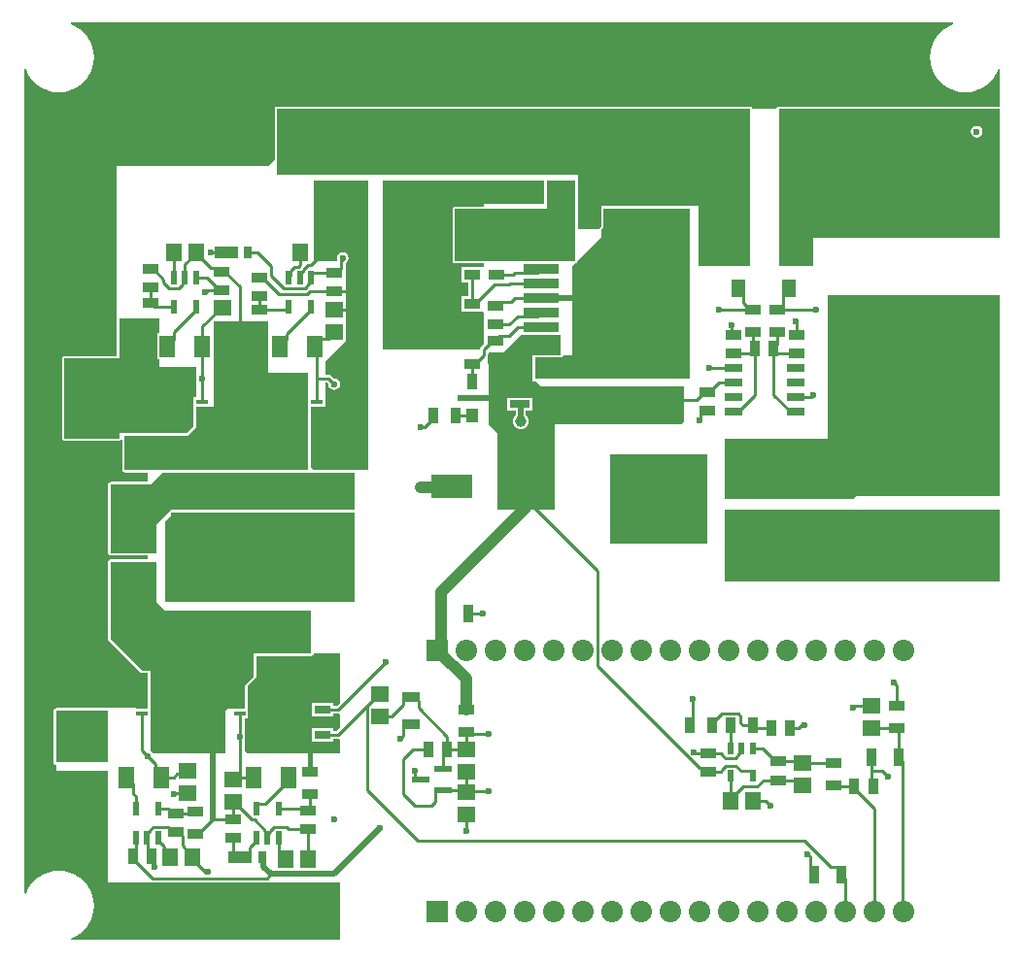
<source format=gtl>
G04*
G04 #@! TF.GenerationSoftware,Altium Limited,Altium Designer,20.1.12 (249)*
G04*
G04 Layer_Physical_Order=1*
G04 Layer_Color=255*
%FSLAX44Y44*%
%MOMM*%
G71*
G04*
G04 #@! TF.SameCoordinates,284B2C5B-B2DB-445A-AC85-361AEC2CE434*
G04*
G04*
G04 #@! TF.FilePolarity,Positive*
G04*
G01*
G75*
%ADD13C,0.5000*%
%ADD17R,1.2000X8.7000*%
%ADD18R,1.2000X1.6000*%
%ADD19R,8.5100X7.8700*%
%ADD20R,3.8100X1.6200*%
%ADD21R,1.3900X0.9600*%
%ADD22R,0.9600X1.3900*%
%ADD23R,2.8200X1.4300*%
%ADD24R,1.7800X0.7100*%
%ADD25R,1.7000X0.9500*%
%ADD26R,3.5500X2.0500*%
%ADD27R,3.6100X0.8100*%
%ADD28R,3.5200X1.2500*%
%ADD29R,0.9562X1.5562*%
%ADD30R,1.5562X0.9562*%
%ADD31R,0.6000X1.2000*%
%ADD32R,8.5400X5.3500*%
%ADD33R,3.0600X0.8900*%
%ADD34R,0.8000X1.1000*%
%ADD35R,2.0000X1.1000*%
%ADD36R,1.0000X0.3400*%
%ADD37R,1.3000X3.4000*%
%ADD38R,0.6000X1.1000*%
%ADD39R,1.5250X0.6500*%
%ADD40R,1.4500X0.9500*%
%ADD41R,0.9500X1.4500*%
%ADD42R,1.3561X1.8582*%
%ADD43R,1.5500X1.3500*%
%ADD44R,1.3500X1.5500*%
%ADD45R,5.4000X2.9000*%
%ADD46R,1.5000X0.6000*%
%ADD47R,1.4500X0.7500*%
%ADD48R,1.1000X1.2000*%
%ADD84R,0.3400X2.2900*%
%ADD85R,0.3400X1.6400*%
%ADD86C,0.2540*%
%ADD87C,1.0000*%
%ADD88C,0.4000*%
%ADD89C,2.4000*%
%ADD90R,2.4000X2.4000*%
%ADD91C,1.8750*%
%ADD92R,1.8750X1.8750*%
%ADD93R,1.2000X1.2000*%
%ADD94C,1.2000*%
%ADD95C,0.6000*%
%ADD96C,1.0000*%
G36*
X809660Y798730D02*
X806111Y797260D01*
X802017Y794751D01*
X798367Y791633D01*
X795249Y787983D01*
X792740Y783889D01*
X790903Y779454D01*
X789782Y774786D01*
X789406Y770000D01*
X789782Y765214D01*
X790903Y760546D01*
X792740Y756111D01*
X795249Y752017D01*
X798367Y748367D01*
X802017Y745249D01*
X806111Y742740D01*
X810546Y740903D01*
X815214Y739782D01*
X820000Y739406D01*
X824786Y739782D01*
X829454Y740903D01*
X833889Y742740D01*
X837983Y745249D01*
X841633Y748367D01*
X844751Y752017D01*
X847260Y756111D01*
X848730Y759660D01*
X850000Y759407D01*
Y727039D01*
X657500D01*
X656720Y726884D01*
X656058Y726442D01*
X655616Y725780D01*
X655461Y725000D01*
X634539D01*
X634384Y725780D01*
X633942Y726442D01*
X633280Y726884D01*
X632500Y727039D01*
X220000D01*
X219220Y726884D01*
X218558Y726442D01*
X218116Y725780D01*
X217961Y725000D01*
Y680461D01*
X212500Y675000D01*
X80000D01*
Y509539D01*
X35000D01*
X34220Y509384D01*
X33558Y508942D01*
X33116Y508280D01*
X32961Y507500D01*
Y437500D01*
X33116Y436720D01*
X33558Y436058D01*
X34220Y435616D01*
X35000Y435461D01*
X82500D01*
X83280Y435616D01*
X83942Y436058D01*
X84191Y436431D01*
X85461Y436119D01*
Y410000D01*
X85616Y409220D01*
X86058Y408558D01*
X86720Y408116D01*
X87500Y407961D01*
X107500D01*
Y399539D01*
X75000D01*
X74220Y399384D01*
X73558Y398942D01*
X73116Y398280D01*
X72961Y397500D01*
Y337500D01*
X73116Y336720D01*
X73558Y336058D01*
X74220Y335616D01*
X75000Y335461D01*
X107500D01*
Y332039D01*
X75000D01*
X74220Y331884D01*
X73558Y331442D01*
X73116Y330780D01*
X72961Y330000D01*
Y262500D01*
X73116Y261720D01*
X73558Y261058D01*
X73558Y261058D01*
X101058Y233558D01*
X101720Y233116D01*
X102500Y232961D01*
X107500D01*
Y218450D01*
Y202050D01*
X97500D01*
Y202500D01*
X27500D01*
Y202039D01*
X26720Y201884D01*
X26058Y201442D01*
X25616Y200780D01*
X25461Y200000D01*
Y155000D01*
X25616Y154220D01*
X26058Y153558D01*
X26720Y153116D01*
X27500Y152961D01*
Y147500D01*
X72500D01*
Y50000D01*
X275000D01*
Y0D01*
X40593D01*
X40340Y1270D01*
X43889Y2740D01*
X47983Y5249D01*
X51633Y8367D01*
X54751Y12017D01*
X57260Y16111D01*
X59097Y20546D01*
X60218Y25214D01*
X60594Y30000D01*
X60218Y34786D01*
X59097Y39454D01*
X57260Y43889D01*
X54751Y47983D01*
X51633Y51633D01*
X47983Y54751D01*
X43889Y57260D01*
X39454Y59097D01*
X34786Y60218D01*
X30000Y60594D01*
X25214Y60218D01*
X20546Y59097D01*
X16111Y57260D01*
X12017Y54751D01*
X8367Y51633D01*
X5249Y47983D01*
X2740Y43889D01*
X1270Y40340D01*
X0Y40593D01*
Y759407D01*
X1270Y759660D01*
X2740Y756111D01*
X5249Y752017D01*
X8367Y748367D01*
X12017Y745249D01*
X16111Y742740D01*
X20546Y740903D01*
X25214Y739782D01*
X30000Y739406D01*
X34786Y739782D01*
X39454Y740903D01*
X43889Y742740D01*
X47983Y745249D01*
X51633Y748367D01*
X54751Y752017D01*
X57260Y756111D01*
X59097Y760546D01*
X60218Y765214D01*
X60594Y770000D01*
X60218Y774786D01*
X59097Y779454D01*
X57260Y783889D01*
X54751Y787983D01*
X51633Y791633D01*
X47983Y794751D01*
X43889Y797260D01*
X40340Y798730D01*
X40593Y800000D01*
X809407D01*
X809660Y798730D01*
D02*
G37*
G36*
X480000Y592500D02*
X375000D01*
Y637500D01*
X455000D01*
Y662500D01*
X480000D01*
Y592500D01*
D02*
G37*
G36*
X850000Y612500D02*
X687500D01*
Y587500D01*
X657500D01*
Y725000D01*
X850000D01*
Y612500D01*
D02*
G37*
G36*
X632500Y587500D02*
X587500D01*
Y640000D01*
X502500D01*
Y622500D01*
X500000Y620000D01*
X482500D01*
Y667500D01*
X220000D01*
Y725000D01*
X632500D01*
Y587500D01*
D02*
G37*
G36*
X452961Y642500D02*
X400322D01*
Y639539D01*
X375000D01*
X374220Y639384D01*
X373558Y638942D01*
X373116Y638280D01*
X372961Y637500D01*
Y592500D01*
X373116Y591720D01*
X373558Y591058D01*
X374220Y590616D01*
X375000Y590461D01*
X400322D01*
Y587332D01*
X399190Y587000D01*
Y587000D01*
X380690D01*
Y573500D01*
X386606D01*
Y561500D01*
X380750D01*
Y548000D01*
X399250D01*
X400322Y547523D01*
Y519745D01*
X397965Y517388D01*
X397242Y516306D01*
X396988Y515030D01*
Y515000D01*
X312500D01*
Y662500D01*
X452961D01*
Y642500D01*
D02*
G37*
G36*
X580000Y490000D02*
X445000D01*
Y507500D01*
X445461Y507961D01*
X467500D01*
X468280Y508116D01*
X468942Y508558D01*
X469384Y509220D01*
X469539Y510000D01*
X477500D01*
Y587500D01*
X480575Y590575D01*
X480780Y590616D01*
X481442Y591058D01*
X481884Y591720D01*
X481925Y591925D01*
X502500Y612500D01*
Y619616D01*
X503942Y621058D01*
X504384Y621720D01*
X504539Y622500D01*
Y637500D01*
X580000D01*
Y490000D01*
D02*
G37*
G36*
X300000Y410000D02*
X252500D01*
X249539Y412961D01*
Y448353D01*
X249500Y448550D01*
D01*
Y464950D01*
D01*
D01*
X249550Y465000D01*
X262500D01*
Y486301D01*
X263770Y486515D01*
X264966Y485319D01*
X264902Y485000D01*
X265290Y483049D01*
X266395Y481395D01*
X268049Y480290D01*
X270000Y479902D01*
X271951Y480290D01*
X273605Y481395D01*
X274710Y483049D01*
X275098Y485000D01*
X274710Y486951D01*
X273605Y488605D01*
X271951Y489710D01*
X270000Y490098D01*
X269681Y490034D01*
X267358Y492357D01*
X266276Y493080D01*
X265000Y493334D01*
X262500D01*
Y505000D01*
X279000Y521500D01*
X279750D01*
Y522250D01*
X280000Y522500D01*
Y590657D01*
X281105Y591395D01*
X282210Y593049D01*
X282598Y595000D01*
X282210Y596951D01*
X281105Y598605D01*
X279451Y599710D01*
X277500Y600098D01*
X275549Y599710D01*
X273895Y598605D01*
X272790Y596951D01*
X272402Y595000D01*
X272669Y593657D01*
X272653Y593599D01*
X272600Y593520D01*
X272522Y593128D01*
X272347Y592500D01*
X252500D01*
Y662500D01*
X300000D01*
Y410000D01*
D02*
G37*
G36*
X117500Y529291D02*
X115959D01*
Y506709D01*
X117500D01*
Y500000D01*
X150000D01*
Y490493D01*
X149902Y490000D01*
X150000Y489507D01*
Y473450D01*
X147500D01*
Y466050D01*
X147500Y466050D01*
X147461Y464950D01*
Y447845D01*
X142116Y442500D01*
X82500D01*
Y437500D01*
X35000D01*
Y507500D01*
X82500D01*
Y542500D01*
X117500D01*
Y529291D01*
D02*
G37*
G36*
X212500Y495000D02*
X247500D01*
Y465147D01*
X247461Y464950D01*
Y448550D01*
X247500Y448353D01*
Y410000D01*
X87500D01*
Y440000D01*
X142500D01*
X149500Y447000D01*
Y448550D01*
Y464950D01*
X164950D01*
X165000Y465000D01*
Y540000D01*
X212500D01*
Y495000D01*
D02*
G37*
G36*
X850000Y387500D02*
X725000D01*
X722500Y385000D01*
X610000D01*
Y437500D01*
X700000D01*
Y562500D01*
X850000D01*
Y387500D01*
D02*
G37*
G36*
X467500Y510000D02*
X442500D01*
Y487500D01*
X445000D01*
X450000Y482500D01*
X575000D01*
Y452500D01*
X572500Y450000D01*
X462500D01*
Y375000D01*
X412500D01*
Y442500D01*
X405000Y450000D01*
Y512500D01*
X417500Y512500D01*
X432500Y527500D01*
X467500D01*
Y510000D01*
D02*
G37*
G36*
X287500Y375000D02*
X127500D01*
X115000Y362500D01*
Y337500D01*
X75000D01*
Y397500D01*
X110000D01*
X120000Y407500D01*
X287500D01*
Y375000D01*
D02*
G37*
G36*
X850000Y312500D02*
X610000D01*
Y375000D01*
X850000D01*
Y312500D01*
D02*
G37*
G36*
X287500Y295000D02*
X122500D01*
Y365000D01*
X127500Y370000D01*
Y372116D01*
X127884Y372500D01*
X287500D01*
Y295000D01*
D02*
G37*
G36*
X275000Y207215D02*
X272119Y204334D01*
X269250D01*
Y206750D01*
X250750D01*
Y195250D01*
X269250D01*
Y197666D01*
X273500D01*
X273730Y197712D01*
X275000Y196669D01*
Y185465D01*
X271869Y182334D01*
X269250D01*
Y184750D01*
X250750D01*
Y173250D01*
X269250D01*
Y175666D01*
X273250D01*
X273730Y175761D01*
X275000Y174825D01*
Y162500D01*
X195000D01*
X192500Y165000D01*
Y177008D01*
X192598Y177500D01*
X192500Y177992D01*
Y193550D01*
X194500D01*
Y200950D01*
X194500Y200950D01*
X194539Y202050D01*
Y221655D01*
X201442Y228558D01*
X201884Y229220D01*
X202039Y230000D01*
Y247961D01*
X250000D01*
X250780Y248116D01*
X251442Y248558D01*
X251884Y249220D01*
X252039Y250000D01*
X275000D01*
Y207215D01*
D02*
G37*
G36*
X115000Y295000D02*
X115000D01*
X122500Y287500D01*
X250000D01*
Y250000D01*
X200000D01*
Y230000D01*
X192500Y222500D01*
X192500Y222500D01*
Y202050D01*
X177050D01*
X175000Y200000D01*
Y162500D01*
X112500D01*
X110000Y165000D01*
Y235000D01*
X102500D01*
X75000Y262500D01*
Y330000D01*
X115000D01*
Y295000D01*
D02*
G37*
G36*
X72500Y155000D02*
X27500D01*
Y200000D01*
X72500D01*
Y155000D01*
D02*
G37*
%LPC*%
G36*
X830000Y710098D02*
X828049Y709710D01*
X826395Y708605D01*
X825290Y706951D01*
X824902Y705000D01*
X825290Y703049D01*
X826395Y701395D01*
X828049Y700290D01*
X830000Y699902D01*
X831951Y700290D01*
X833605Y701395D01*
X834710Y703049D01*
X835098Y705000D01*
X834710Y706951D01*
X833605Y708605D01*
X831951Y709710D01*
X830000Y710098D01*
D02*
G37*
G36*
X442900Y473150D02*
X421100D01*
Y462050D01*
X427912D01*
Y457803D01*
X427508Y457492D01*
X426385Y456030D01*
X425680Y454327D01*
X425440Y452500D01*
X425680Y450673D01*
X426385Y448970D01*
X427508Y447508D01*
X428970Y446385D01*
X430673Y445680D01*
X432500Y445440D01*
X434327Y445680D01*
X436030Y446385D01*
X437492Y447508D01*
X438615Y448970D01*
X439320Y450673D01*
X439560Y452500D01*
X439320Y454327D01*
X438615Y456030D01*
X437492Y457492D01*
X437088Y457803D01*
Y462050D01*
X442900D01*
Y473150D01*
D02*
G37*
%LPD*%
D13*
X450000Y560000D02*
X523050D01*
X432500Y452500D02*
Y466611D01*
X431756Y467356D02*
X432500Y466611D01*
X431756Y467356D02*
X432000Y467600D01*
X380000Y472500D02*
X410000D01*
X215000Y57500D02*
X270000D01*
X208500Y64000D02*
Y70500D01*
X207000Y72000D02*
X208500Y70500D01*
Y64000D02*
X215000Y57500D01*
X270000D02*
X310000Y97500D01*
X164350Y105100D02*
Y170650D01*
D17*
X666000Y631250D02*
D03*
X622000D02*
D03*
D18*
Y568750D02*
D03*
X666000D02*
D03*
D19*
X552772Y384600D02*
D03*
D20*
X632172Y410000D02*
D03*
Y359200D02*
D03*
D21*
X132000Y110100D02*
D03*
Y93900D02*
D03*
X410542Y553100D02*
D03*
Y536900D02*
D03*
X172000Y583100D02*
D03*
Y566900D02*
D03*
X110000Y568900D02*
D03*
Y585100D02*
D03*
X247000Y113100D02*
D03*
Y96900D02*
D03*
X182000Y105100D02*
D03*
Y88900D02*
D03*
X410542Y523100D02*
D03*
Y506900D02*
D03*
X595000Y461900D02*
D03*
Y478100D02*
D03*
X618000Y528100D02*
D03*
Y511900D02*
D03*
X673000Y528100D02*
D03*
Y511900D02*
D03*
X205000Y561900D02*
D03*
Y578100D02*
D03*
X656793Y155702D02*
D03*
Y139502D02*
D03*
X595957Y163100D02*
D03*
Y146900D02*
D03*
X270000Y582100D02*
D03*
Y565900D02*
D03*
D22*
X111100Y73000D02*
D03*
X94900D02*
D03*
X653100Y516000D02*
D03*
X636900D02*
D03*
X368100Y166176D02*
D03*
X351900D02*
D03*
X739542Y134303D02*
D03*
X723343D02*
D03*
X667335Y185000D02*
D03*
X651135D02*
D03*
D23*
X431000Y624100D02*
D03*
Y649900D02*
D03*
X395000Y624100D02*
D03*
Y649900D02*
D03*
X560000Y471100D02*
D03*
Y496900D02*
D03*
X528000Y471100D02*
D03*
Y496900D02*
D03*
X495000Y471100D02*
D03*
Y496900D02*
D03*
X461000Y471100D02*
D03*
Y496900D02*
D03*
X60000Y497100D02*
D03*
Y522900D02*
D03*
Y447900D02*
D03*
Y422100D02*
D03*
X50196Y192100D02*
D03*
Y217900D02*
D03*
X50000Y162900D02*
D03*
Y137100D02*
D03*
X675115Y392900D02*
D03*
Y367100D02*
D03*
X709358Y392900D02*
D03*
Y367100D02*
D03*
X519000Y624100D02*
D03*
Y649900D02*
D03*
X555000Y624100D02*
D03*
Y649900D02*
D03*
D24*
X432000Y467600D02*
D03*
Y498400D02*
D03*
D25*
X212000Y306000D02*
D03*
Y278000D02*
D03*
X187085Y306000D02*
D03*
Y278000D02*
D03*
X162543Y306000D02*
D03*
Y278000D02*
D03*
X138000Y306000D02*
D03*
Y278000D02*
D03*
D26*
X372707Y395707D02*
D03*
X436707D02*
D03*
D27*
X265000Y349500D02*
D03*
Y394500D02*
D03*
D28*
X225000Y352200D02*
D03*
Y391800D02*
D03*
X185000Y352200D02*
D03*
Y391800D02*
D03*
X144000Y352200D02*
D03*
Y391800D02*
D03*
D29*
X711750Y57124D02*
D03*
X688250D02*
D03*
X363250Y285124D02*
D03*
X386750D02*
D03*
X761750Y159376D02*
D03*
X738250D02*
D03*
D30*
X336734Y211750D02*
D03*
Y188250D02*
D03*
D31*
X97500Y89500D02*
D03*
X107000D02*
D03*
X116500D02*
D03*
Y114500D02*
D03*
X97500D02*
D03*
X202500Y89500D02*
D03*
X212000D02*
D03*
X221500D02*
D03*
Y114500D02*
D03*
X202500D02*
D03*
X249500Y577500D02*
D03*
X240000D02*
D03*
X230500D02*
D03*
Y552500D02*
D03*
X249500D02*
D03*
X149500Y577500D02*
D03*
X140000D02*
D03*
X130500D02*
D03*
Y552500D02*
D03*
X149500D02*
D03*
D32*
X523050Y560000D02*
D03*
D33*
X450000Y521900D02*
D03*
Y534600D02*
D03*
Y547300D02*
D03*
Y560000D02*
D03*
Y572700D02*
D03*
Y585400D02*
D03*
Y598100D02*
D03*
D34*
X195000Y600000D02*
D03*
X207000Y72000D02*
D03*
D35*
X176000Y600000D02*
D03*
X188000Y72000D02*
D03*
D36*
X102500Y197250D02*
D03*
X254500Y469750D02*
D03*
X187500Y197250D02*
D03*
X154500Y469750D02*
D03*
D37*
X490500Y639000D02*
D03*
X469500D02*
D03*
D38*
X634500Y143000D02*
D03*
X615500D02*
D03*
Y167000D02*
D03*
X625000D02*
D03*
X634500D02*
D03*
D39*
X672120Y460950D02*
D03*
Y473650D02*
D03*
Y486350D02*
D03*
Y499050D02*
D03*
X617880D02*
D03*
Y486350D02*
D03*
Y473650D02*
D03*
Y460950D02*
D03*
D40*
X149000Y111750D02*
D03*
Y92250D02*
D03*
X390000Y535250D02*
D03*
Y554750D02*
D03*
Y521750D02*
D03*
Y502250D02*
D03*
X389940Y580250D02*
D03*
Y599750D02*
D03*
X410982Y580250D02*
D03*
Y599750D02*
D03*
X110000Y555750D02*
D03*
Y536250D02*
D03*
X249000Y127250D02*
D03*
Y146750D02*
D03*
X760000Y185250D02*
D03*
Y204750D02*
D03*
X656042Y530250D02*
D03*
Y549750D02*
D03*
X635000Y530250D02*
D03*
Y549750D02*
D03*
X385000Y181427D02*
D03*
Y200926D02*
D03*
X205000Y549750D02*
D03*
Y530250D02*
D03*
X705000Y135250D02*
D03*
Y154750D02*
D03*
D41*
X390250Y487000D02*
D03*
X409750D02*
D03*
X375807Y457197D02*
D03*
X356307D02*
D03*
X615793Y187043D02*
D03*
X635293D02*
D03*
X599750D02*
D03*
X580250D02*
D03*
D42*
X155261Y518000D02*
D03*
X124739D02*
D03*
X199739Y142000D02*
D03*
X230261D02*
D03*
X253261Y518000D02*
D03*
X222739D02*
D03*
X119427Y142000D02*
D03*
X88906D02*
D03*
D43*
X385000Y109426D02*
D03*
Y128926D02*
D03*
X310000Y195250D02*
D03*
Y214750D02*
D03*
X385000Y146426D02*
D03*
Y165926D02*
D03*
X737797Y185250D02*
D03*
Y204750D02*
D03*
X270000Y530250D02*
D03*
Y549750D02*
D03*
X142000Y128250D02*
D03*
Y147750D02*
D03*
X173000Y551750D02*
D03*
Y532250D02*
D03*
X182000Y120250D02*
D03*
Y139750D02*
D03*
X678495Y135250D02*
D03*
Y154750D02*
D03*
D44*
X227250Y71000D02*
D03*
X246750D02*
D03*
X615250Y121798D02*
D03*
X634750D02*
D03*
X259750Y600000D02*
D03*
X240250D02*
D03*
X127250Y72000D02*
D03*
X146750D02*
D03*
X149750Y600000D02*
D03*
X130250D02*
D03*
D45*
X785000Y634500D02*
D03*
Y535500D02*
D03*
D46*
X345500Y140176D02*
D03*
X364500Y149676D02*
D03*
Y130676D02*
D03*
D47*
X260000Y201000D02*
D03*
Y179000D02*
D03*
D48*
X411558Y457197D02*
D03*
X390558D02*
D03*
D84*
X113100Y207000D02*
D03*
X243900Y460000D02*
D03*
X198100Y207000D02*
D03*
X143900Y460000D02*
D03*
D85*
X105500Y210250D02*
D03*
X251500Y456750D02*
D03*
X190500Y210250D02*
D03*
X151500Y456750D02*
D03*
D86*
X592427Y150430D02*
X595957Y146900D01*
X588203Y150430D02*
X592427D01*
X499755Y238878D02*
X588203Y150430D01*
X410542Y553100D02*
X414073Y556630D01*
X424411D01*
X427781Y560000D01*
X450000D01*
X107500Y160000D02*
X114274Y153226D01*
X139250Y145000D02*
X142000Y147750D01*
X102500Y165000D02*
X107500Y160000D01*
X130094Y142000D02*
X133094Y145000D01*
X139250D01*
X385000Y95000D02*
Y109426D01*
X211230Y53730D02*
X215000Y57500D01*
X112020Y53730D02*
X211230D01*
X94900Y70850D02*
X112020Y53730D01*
X157750Y60000D02*
X160000D01*
X146750Y71000D02*
X157750Y60000D01*
X270000Y582100D02*
X272150D01*
X275680Y585630D01*
Y592244D01*
X277500Y594064D01*
Y595000D01*
X248445Y565900D02*
X270000D01*
X246235Y563690D02*
X248445Y565900D01*
X221560Y563690D02*
X246235D01*
X677500Y187500D02*
X680000D01*
X675000Y185000D02*
X677500Y187500D01*
X157500Y565000D02*
X158436D01*
X160336Y566900D01*
X169850D01*
X102500Y165000D02*
Y197250D01*
X114274Y147153D02*
X119427Y142000D01*
X114274Y147153D02*
Y153226D01*
X154500Y469750D02*
Y517239D01*
X155261Y518000D01*
X254500Y490000D02*
Y516761D01*
Y469750D02*
Y490000D01*
X265000D02*
X270000Y485000D01*
X254500Y490000D02*
X265000D01*
X386750Y285124D02*
X399876D01*
X400000Y285000D01*
X273250Y179000D02*
X298980Y204730D01*
X309000Y214750D01*
X298980Y131020D02*
Y204730D01*
Y131020D02*
X343183Y86817D01*
X711750Y57124D02*
Y60124D01*
X708239Y63635D02*
X711750Y60124D01*
X702732Y63635D02*
X708239D01*
X679550Y86817D02*
X702732Y63635D01*
X343183Y86817D02*
X679550D01*
X645703Y121798D02*
X650000Y117500D01*
X634750Y121798D02*
X645703D01*
X682500Y75000D02*
X684739Y72761D01*
Y60635D02*
Y72761D01*
X615500Y123048D02*
X626343Y133890D01*
X615250Y122797D02*
X615500Y123048D01*
Y143000D01*
X644127Y139502D02*
X656793D01*
X638514Y133890D02*
X644127Y139502D01*
X626343Y133890D02*
X638514D01*
X615250Y121798D02*
Y122797D01*
X385000Y128926D02*
X386073Y130000D01*
X405000D01*
X385000Y181427D02*
X386427Y180000D01*
X405000D01*
X658040Y550000D02*
X661270Y553230D01*
X658040Y550000D02*
X690000D01*
X656292D02*
X658040D01*
X656042Y549750D02*
X656292Y550000D01*
X626730Y555520D02*
X632250Y550000D01*
X634750D01*
X605000D02*
X632250D01*
X634750D02*
X635000Y549750D01*
X588410Y453410D02*
X589320Y454320D01*
X592850Y461900D02*
X595000D01*
X589320Y458370D02*
X592850Y461900D01*
X589320Y454320D02*
Y458370D01*
X672120Y473650D02*
X686150D01*
X687500Y475000D01*
X673000Y528100D02*
Y539500D01*
X672500Y540000D02*
X673000Y539500D01*
X616444Y529656D02*
X618000Y528100D01*
X616444Y529656D02*
Y536374D01*
X411558Y457197D02*
Y485192D01*
X251230Y582100D02*
X270000D01*
X291564Y562436D02*
X292000Y562000D01*
X291564Y562436D02*
Y562500D01*
X287616Y566448D02*
X291564Y562500D01*
X356307Y454697D02*
Y457197D01*
X349110Y447500D02*
X356307Y454697D01*
X345000Y447500D02*
X349110D01*
X738250Y147486D02*
Y159376D01*
Y135596D02*
Y147486D01*
X747514D01*
X752500Y142500D01*
X738250Y135596D02*
X739542Y134303D01*
X724750Y204750D02*
X737797D01*
X722500Y202500D02*
X724750Y204750D01*
X667335Y185000D02*
X675000D01*
X599750Y187043D02*
Y189543D01*
X607770Y197563D01*
X621897D01*
X624315Y195145D01*
Y189460D02*
Y195145D01*
Y189460D02*
X626732Y187043D01*
X635293D01*
X580250D02*
X582500Y189293D01*
Y210000D01*
X597267Y499050D02*
X617880D01*
X596950Y498734D02*
X597267Y499050D01*
X499755Y238878D02*
Y321953D01*
X436707Y385000D02*
X499755Y321953D01*
X584400Y163100D02*
X595957D01*
X582500Y165000D02*
X584400Y163100D01*
X611146Y158230D02*
X619855D01*
X621770Y160145D02*
Y161270D01*
X625000Y164500D01*
Y167000D01*
X608932Y160444D02*
X611146Y158230D01*
X595957Y163100D02*
X606717D01*
X608932Y160886D01*
Y160444D02*
Y160886D01*
X619855Y158230D02*
X621770Y160145D01*
X634500Y143000D02*
Y145500D01*
X611146Y151770D02*
X619855D01*
X624394Y147230D01*
X632770D01*
X606717Y146900D02*
X608932Y149114D01*
Y149556D01*
X595957Y146900D02*
X606717D01*
X608932Y149556D02*
X611146Y151770D01*
X632770Y147230D02*
X634500Y145500D01*
X684739Y60635D02*
X688250Y57124D01*
X765261Y26139D02*
X766400Y25000D01*
X765261Y26139D02*
Y155865D01*
X761750Y159376D02*
X765261Y155865D01*
X711750Y57124D02*
X715261Y53612D01*
Y25339D02*
Y53612D01*
Y25339D02*
X715600Y25000D01*
X341730Y140176D02*
X345500D01*
X340000Y141906D02*
X341730Y140176D01*
X340000Y141906D02*
Y147500D01*
X333733Y188250D02*
X336734D01*
X330223Y184739D02*
X333733Y188250D01*
X330223Y177830D02*
Y184739D01*
X327830Y175438D02*
X330223Y177830D01*
X260000Y201000D02*
X273500D01*
X315000Y242500D01*
X94900Y70850D02*
Y73000D01*
X112997Y63770D02*
Y71103D01*
X107570Y76530D02*
X112997Y71103D01*
X146750Y72000D02*
Y73000D01*
Y71000D02*
Y72000D01*
X130750Y128250D02*
X142000D01*
X130000Y127500D02*
X130750Y128250D01*
X240000Y577500D02*
Y580500D01*
X243230Y583730D01*
Y584855D01*
X247356Y588980D01*
X249730D01*
X259750Y599000D01*
Y600000D01*
X175999Y599999D02*
X176000Y600000D01*
X162500Y599999D02*
X175999D01*
X149750Y599000D02*
X162120Y586630D01*
X168470D01*
X169850Y566900D02*
X172000D01*
X149500Y577500D02*
X159250D01*
X169850Y566900D01*
X172000Y583100D02*
X174150D01*
X187500Y569750D01*
Y527500D02*
Y569750D01*
X207150Y578100D02*
X221560Y563690D01*
X205000Y578100D02*
X207150D01*
X270000Y549750D02*
X285250D01*
X292500Y542500D01*
X285900Y565900D02*
X286448Y566448D01*
X287616D01*
X270000Y565900D02*
X285900D01*
X253261Y518000D02*
X254500Y516761D01*
X760000Y204750D02*
Y222500D01*
X757500Y225000D02*
X760000Y222500D01*
X737797Y185250D02*
X760000D01*
X760000Y185250D01*
X761750Y159376D02*
Y183500D01*
X760000Y185250D02*
X761750Y183500D01*
X723343Y132153D02*
Y134303D01*
Y132153D02*
X741000Y114495D01*
Y25000D02*
Y114495D01*
X705000Y135250D02*
X705947Y134303D01*
X723343D01*
X678495Y154750D02*
X705000D01*
X678495Y154750D02*
X678495Y154750D01*
X637335Y185000D02*
X651135D01*
X635293Y187043D02*
X637335Y185000D01*
X656793Y139502D02*
X674243D01*
X678495Y135250D01*
X656793Y155702D02*
X677543D01*
X678495Y154750D01*
X634500Y167000D02*
X643345D01*
X654643Y155702D01*
X656793D01*
X615500Y186750D02*
X615793Y187043D01*
X615500Y167000D02*
Y186750D01*
X385000Y165926D02*
Y181427D01*
X336734Y211750D02*
X339734D01*
X343245Y208239D01*
Y202475D02*
Y208239D01*
Y202475D02*
X368100Y177620D01*
Y166176D02*
Y177620D01*
X310000Y195250D02*
X320233D01*
X330223Y205239D01*
Y208239D01*
X333733Y211750D01*
X336734D01*
X360000Y130676D02*
X364500D01*
X358270Y128947D02*
X360000Y130676D01*
X358270Y120770D02*
Y128947D01*
X355000Y117500D02*
X358270Y120770D01*
X340000Y117500D02*
X355000D01*
X330000Y127500D02*
X340000Y117500D01*
X330000Y127500D02*
Y157500D01*
X338676Y166176D02*
X351900D01*
X330000Y157500D02*
X338676Y166176D01*
X364500Y130676D02*
X383250D01*
X385000Y128926D01*
Y146426D01*
X364500Y149676D02*
Y160427D01*
X368100Y164027D01*
Y166176D01*
X368350Y165926D02*
X385000D01*
X368100Y166176D02*
X368350Y165926D01*
X375807Y457197D02*
X390558D01*
X409750Y487000D02*
X411558Y485192D01*
X409750Y487000D02*
Y506107D01*
X410542Y506900D01*
X390250Y487000D02*
Y502000D01*
X390000Y502250D02*
X390250Y502000D01*
X390000Y502250D02*
X392500D01*
X400322Y510073D01*
Y515030D01*
X408393Y523100D01*
X410542D01*
X414073Y526630D01*
X422111D01*
X430081Y534600D01*
X450000D01*
X410542Y536900D02*
X422486D01*
X429706Y544120D01*
X446820D01*
X450000Y547300D01*
X390000Y554750D02*
X392500D01*
X409980Y572230D01*
X422740D01*
X423210Y572700D01*
X450000D01*
X389940Y554810D02*
Y580250D01*
Y554810D02*
X390000Y554750D01*
X410982Y580250D02*
X425481D01*
X427451Y582220D01*
X446820D01*
X450000Y585400D01*
X653100Y515430D02*
Y516000D01*
Y475595D02*
Y515430D01*
X667745Y460950D02*
X672120D01*
X653100Y475595D02*
X667745Y460950D01*
X636900Y515430D02*
Y516000D01*
Y475595D02*
Y515430D01*
X617880Y460950D02*
X622255D01*
X636900Y475595D01*
X554000Y471100D02*
X585850D01*
X592850Y478100D01*
X595000D01*
X605400Y486350D02*
X617880D01*
X597150Y478100D02*
X605400Y486350D01*
X595000Y478100D02*
X597150D01*
X653100Y515430D02*
X656630Y511900D01*
X673000D01*
X656042Y518942D02*
Y530250D01*
X653100Y516000D02*
X656042Y518942D01*
X618000Y511900D02*
X633370D01*
X636900Y515430D01*
X635000Y517900D02*
Y530250D01*
Y517900D02*
X636900Y516000D01*
X661270Y564020D02*
X666000Y568750D01*
X661270Y553230D02*
Y564020D01*
X622000Y568750D02*
X626730Y564020D01*
Y555520D02*
Y564020D01*
X244354Y568230D02*
X246270Y570145D01*
X202810Y600000D02*
X215220Y587590D01*
X246270Y570145D02*
Y571270D01*
X215220Y579156D02*
Y587590D01*
X246270Y571270D02*
X249500Y574500D01*
X215220Y579156D02*
X226145Y568230D01*
X249500Y574500D02*
Y577500D01*
X226145Y568230D02*
X244354D01*
X195000Y600000D02*
X202810D01*
X249500Y580370D02*
X251230Y582100D01*
X249500Y577500D02*
Y580370D01*
X253261Y518000D02*
Y519260D01*
X258771Y524770D01*
X264520D01*
X270000Y530250D01*
X249500Y549500D02*
Y552500D01*
X228249Y528249D02*
X249500Y549500D01*
X228249Y523510D02*
Y528249D01*
X222739Y518000D02*
X228249Y523510D01*
X205000Y549750D02*
X228770D01*
X230500Y551480D01*
Y552500D01*
X205000Y549750D02*
Y561900D01*
X240250Y588440D02*
Y600000D01*
X238580Y586770D02*
X240250Y588440D01*
X235646Y586770D02*
X238580D01*
X232230Y583354D02*
X235646Y586770D01*
X232230Y579230D02*
Y583354D01*
X230500Y577500D02*
X232230Y579230D01*
X172000Y551750D02*
X173000D01*
X155261Y535011D02*
X172000Y551750D01*
X155261Y518000D02*
Y535011D01*
X149500Y549500D02*
Y552500D01*
X130249Y530249D02*
X149500Y549500D01*
X130249Y523510D02*
Y530249D01*
X124739Y518000D02*
X130249Y523510D01*
X110000Y555750D02*
Y568900D01*
X113250Y552500D02*
X130500D01*
X110000Y555750D02*
X113250Y552500D01*
X149750Y599000D02*
Y600000D01*
X168470Y586630D02*
X172000Y583100D01*
X140000Y577500D02*
Y589250D01*
X149750Y599000D01*
X110000Y585100D02*
X112150D01*
X120913Y576337D01*
Y573463D02*
Y576337D01*
Y573463D02*
X126145Y568230D01*
X134854D01*
X138270Y571646D01*
Y575770D01*
X140000Y577500D01*
X130250Y600000D02*
X130500Y599750D01*
Y577500D02*
Y599750D01*
X260000Y179000D02*
X273250D01*
X309000Y214750D02*
X310000D01*
X221500Y77750D02*
Y89500D01*
Y77750D02*
X227250Y72000D01*
Y71000D02*
Y72000D01*
X247000Y71250D02*
Y96900D01*
X246750Y71000D02*
X247000Y71250D01*
X230168Y96900D02*
X247000D01*
X228298Y98770D02*
X230168Y96900D01*
X217146Y98770D02*
X228298D01*
X213730Y95354D02*
X217146Y98770D01*
X213730Y94230D02*
Y95354D01*
X210730Y91230D02*
X213730Y94230D01*
X210270Y91230D02*
X210730D01*
X245000Y170000D02*
X249000Y166000D01*
Y115100D02*
Y127250D01*
X247000Y113100D02*
X249000Y115100D01*
X221500Y114500D02*
X245600D01*
X247000Y113100D01*
X184270Y142000D02*
X199739D01*
X184270D02*
X187500Y145230D01*
X182020Y139750D02*
X184270Y142000D01*
X187500Y145230D02*
Y197250D01*
X182000Y139750D02*
X182020D01*
X202500Y114500D02*
Y117500D01*
X204230Y119230D01*
X210002D01*
X230261Y139489D01*
Y142000D01*
X202500Y86500D02*
Y89500D01*
X196730Y80730D02*
X202500Y86500D01*
X196730Y76230D02*
Y80730D01*
X192500Y72000D02*
X196730Y76230D01*
X188000Y72000D02*
X192500D01*
X182000Y120250D02*
X183000D01*
X198020Y105230D01*
X200394D01*
X210270Y95354D01*
Y91230D02*
Y95354D01*
X182000Y76230D02*
Y88900D01*
Y76230D02*
X186230Y72000D01*
X188000D01*
X132000Y93900D02*
X134150D01*
X137680Y90370D01*
Y82070D02*
Y90370D01*
Y82070D02*
X146750Y73000D01*
X107000Y89500D02*
Y92500D01*
X110230Y95730D01*
Y96854D01*
X112146Y98770D01*
X124980D01*
X129850Y93900D01*
X132000D01*
X107570Y76530D02*
Y88930D01*
X107000Y89500D02*
X107570Y88930D01*
X97500Y75600D02*
Y89500D01*
X94900Y73000D02*
X97500Y75600D01*
X121770Y77480D02*
X127250Y72000D01*
X121770Y77480D02*
Y81230D01*
X116500Y86500D02*
X121770Y81230D01*
X116500Y86500D02*
Y89500D01*
X162500Y172500D02*
X164350Y170650D01*
X182000Y105100D02*
Y120250D01*
X149000Y92250D02*
X151500D01*
X164350Y105100D01*
X182000D01*
X132000Y110100D02*
X147350D01*
X149000Y111750D01*
X116500Y114500D02*
X125450D01*
X129850Y110100D01*
X132000D01*
X88906Y142000D02*
X94416Y136490D01*
Y128146D02*
Y136490D01*
Y128146D02*
X97500Y125062D01*
Y114500D02*
Y125062D01*
X119427Y142000D02*
X130094D01*
D87*
X345000Y395000D02*
X372000D01*
X372707Y395707D01*
X436707Y376707D02*
Y385000D01*
X363250Y285124D02*
Y303250D01*
X436707Y376707D01*
X363250Y256250D02*
Y285124D01*
X360000Y253000D02*
X363250Y256250D01*
X385000Y200926D02*
Y228000D01*
X360000Y253000D02*
X385000Y228000D01*
D88*
X249000Y146750D02*
Y166000D01*
D89*
X99857Y312100D02*
D03*
X750000Y410400D02*
D03*
D90*
X99857Y362900D02*
D03*
X750000Y359600D02*
D03*
D91*
X766400Y253000D02*
D03*
X741000D02*
D03*
X715600D02*
D03*
X690200D02*
D03*
X664800D02*
D03*
X639400D02*
D03*
X614000D02*
D03*
X588600D02*
D03*
X563200D02*
D03*
X537800D02*
D03*
X512400D02*
D03*
X487000D02*
D03*
X461600D02*
D03*
X436200D02*
D03*
X410800D02*
D03*
X385400D02*
D03*
X766400Y25000D02*
D03*
X741000D02*
D03*
X715600D02*
D03*
X690200D02*
D03*
X664800D02*
D03*
X639400D02*
D03*
X614000D02*
D03*
X588600D02*
D03*
X563200D02*
D03*
X537800D02*
D03*
X512400D02*
D03*
X487000D02*
D03*
X461600D02*
D03*
X436200D02*
D03*
X410800D02*
D03*
X385400D02*
D03*
D92*
X360000Y253000D02*
D03*
Y25000D02*
D03*
D93*
X716000Y705000D02*
D03*
X572957D02*
D03*
X429915Y704000D02*
D03*
X286872D02*
D03*
D94*
X716000Y755000D02*
D03*
X572957D02*
D03*
X429915Y754000D02*
D03*
X286872D02*
D03*
D95*
X830000Y705000D02*
D03*
X385000Y95000D02*
D03*
X160000Y60000D02*
D03*
X277500Y595000D02*
D03*
X680000Y187500D02*
D03*
X157500Y565000D02*
D03*
X7500Y605000D02*
D03*
Y477500D02*
D03*
Y322500D02*
D03*
Y150000D02*
D03*
Y90000D02*
D03*
X187500Y177500D02*
D03*
X107500Y160000D02*
D03*
X138419Y257463D02*
D03*
X155000Y490000D02*
D03*
X270000Y485000D02*
D03*
X399876Y285124D02*
D03*
X270000Y105000D02*
D03*
X650000Y117500D02*
D03*
X682500Y75000D02*
D03*
X405000Y130000D02*
D03*
Y180000D02*
D03*
X690000Y550000D02*
D03*
X605000D02*
D03*
X350000Y650000D02*
D03*
X332500D02*
D03*
Y577500D02*
D03*
Y595000D02*
D03*
Y610000D02*
D03*
Y625000D02*
D03*
Y637500D02*
D03*
X588410Y453410D02*
D03*
X687500Y475000D02*
D03*
X672500Y540000D02*
D03*
X616444Y536374D02*
D03*
X292500Y560000D02*
D03*
X380000Y472500D02*
D03*
X292500Y587500D02*
D03*
X345000Y447500D02*
D03*
X752500Y142500D02*
D03*
X722500Y202500D02*
D03*
X582500Y210000D02*
D03*
X596950Y498734D02*
D03*
X583450Y164050D02*
D03*
X340000Y147500D02*
D03*
X327830Y175438D02*
D03*
X315000Y242500D02*
D03*
X112997Y63770D02*
D03*
X310000Y97500D02*
D03*
X130000Y127500D02*
D03*
X162500Y599999D02*
D03*
X292500Y637500D02*
D03*
Y612500D02*
D03*
Y542500D02*
D03*
Y520000D02*
D03*
Y502500D02*
D03*
Y487500D02*
D03*
Y470000D02*
D03*
Y450000D02*
D03*
Y432500D02*
D03*
Y417500D02*
D03*
X757500Y225000D02*
D03*
X105000Y462500D02*
D03*
Y472500D02*
D03*
Y482500D02*
D03*
X92500Y462500D02*
D03*
Y472500D02*
D03*
Y482500D02*
D03*
X80000Y472500D02*
D03*
X67500D02*
D03*
X55000D02*
D03*
X42500D02*
D03*
X80000Y462500D02*
D03*
X67500D02*
D03*
X55000D02*
D03*
X42500D02*
D03*
Y482500D02*
D03*
X80000D02*
D03*
X67500D02*
D03*
X55000D02*
D03*
X62500Y177500D02*
D03*
X50000D02*
D03*
X37500D02*
D03*
X262500Y212500D02*
D03*
X250000D02*
D03*
X262500Y222500D02*
D03*
X250000D02*
D03*
X262500Y235000D02*
D03*
X250000D02*
D03*
X237500Y170000D02*
D03*
X225000D02*
D03*
X237500Y182500D02*
D03*
X225000D02*
D03*
X237500Y197500D02*
D03*
X225000D02*
D03*
X237500Y210000D02*
D03*
X225000D02*
D03*
X237500Y222500D02*
D03*
X225000Y225000D02*
D03*
X237500Y235000D02*
D03*
X225000D02*
D03*
X220000Y417500D02*
D03*
Y432500D02*
D03*
Y447500D02*
D03*
X207500D02*
D03*
X190000D02*
D03*
X172500D02*
D03*
X207500Y417500D02*
D03*
Y432500D02*
D03*
X190000Y417500D02*
D03*
Y432500D02*
D03*
X172500Y417500D02*
D03*
Y432500D02*
D03*
X152500Y417500D02*
D03*
Y432500D02*
D03*
X130000Y417500D02*
D03*
Y432500D02*
D03*
X112500Y417500D02*
D03*
X95000D02*
D03*
X112500Y432500D02*
D03*
X95000D02*
D03*
X270000Y330000D02*
D03*
X252500D02*
D03*
X237500D02*
D03*
X222500D02*
D03*
X210000D02*
D03*
X195000D02*
D03*
X180000D02*
D03*
X167500D02*
D03*
X155000D02*
D03*
X142500D02*
D03*
X130000D02*
D03*
X590472Y419600D02*
D03*
Y404600D02*
D03*
Y384600D02*
D03*
Y364600D02*
D03*
Y349600D02*
D03*
X577472Y419600D02*
D03*
Y404600D02*
D03*
Y384600D02*
D03*
Y364600D02*
D03*
Y349600D02*
D03*
X562472Y419600D02*
D03*
Y404600D02*
D03*
Y384600D02*
D03*
Y364600D02*
D03*
Y349600D02*
D03*
X547472Y419600D02*
D03*
Y404600D02*
D03*
Y384600D02*
D03*
Y364600D02*
D03*
Y349600D02*
D03*
X532472Y419600D02*
D03*
Y404600D02*
D03*
Y384600D02*
D03*
Y364600D02*
D03*
Y349600D02*
D03*
X517472Y419600D02*
D03*
Y404600D02*
D03*
Y384600D02*
D03*
Y364600D02*
D03*
Y349600D02*
D03*
X523050Y566000D02*
D03*
X559050Y542000D02*
D03*
X547050D02*
D03*
X535050D02*
D03*
X523050D02*
D03*
X511050D02*
D03*
X499050D02*
D03*
X487050D02*
D03*
X559050Y554000D02*
D03*
X547050D02*
D03*
X535050D02*
D03*
X523050D02*
D03*
X511050D02*
D03*
X499050D02*
D03*
X487050D02*
D03*
X559050Y566000D02*
D03*
X547050D02*
D03*
X535050D02*
D03*
X511050D02*
D03*
X499050D02*
D03*
X487050D02*
D03*
X559050Y578000D02*
D03*
X547050D02*
D03*
X535050D02*
D03*
X523050D02*
D03*
X511050D02*
D03*
X499050D02*
D03*
X487050D02*
D03*
X124000Y199250D02*
D03*
X115250D02*
D03*
X123750Y207250D02*
D03*
X115250Y207000D02*
D03*
X123500Y214750D02*
D03*
X115250Y215000D02*
D03*
X233000Y467750D02*
D03*
X241750D02*
D03*
X233250Y459750D02*
D03*
X241750Y460000D02*
D03*
X233500Y452250D02*
D03*
X241750Y452000D02*
D03*
X209000Y199250D02*
D03*
X200250D02*
D03*
X208750Y207250D02*
D03*
X200250Y207000D02*
D03*
X208500Y214750D02*
D03*
X200250Y215000D02*
D03*
X133000Y467750D02*
D03*
X141750D02*
D03*
X133250Y459750D02*
D03*
X141750Y460000D02*
D03*
X133500Y452250D02*
D03*
X141750Y452000D02*
D03*
D96*
X432500Y452500D02*
D03*
X345000Y395000D02*
D03*
M02*

</source>
